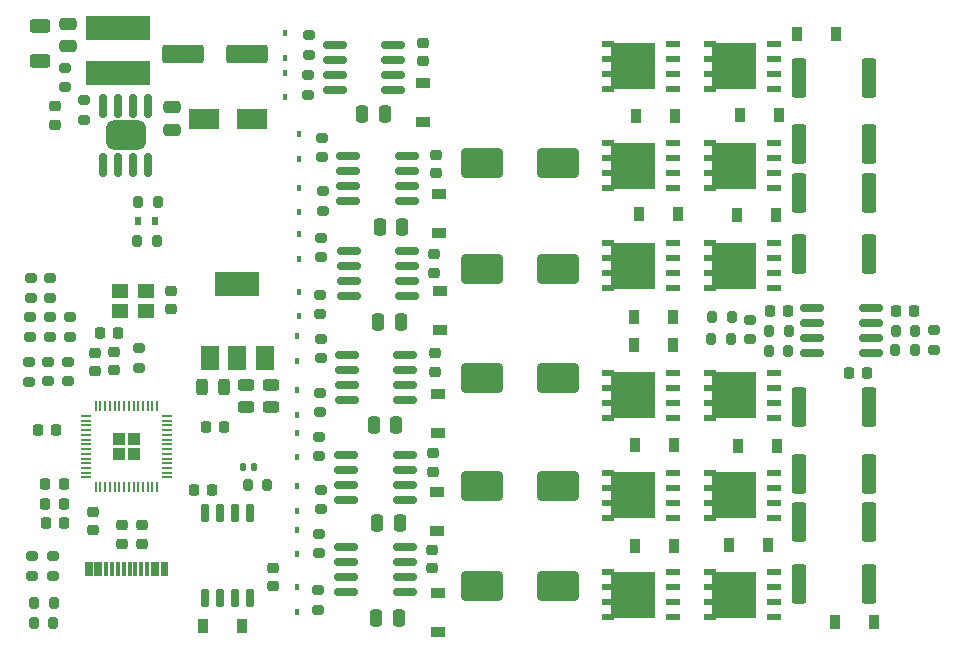
<source format=gtp>
G04 #@! TF.GenerationSoftware,KiCad,Pcbnew,6.0.0-rc2*
G04 #@! TF.CreationDate,2022-06-15T13:36:45-07:00*
G04 #@! TF.ProjectId,RP2040_motor,52503230-3430-45f6-9d6f-746f722e6b69,REV1*
G04 #@! TF.SameCoordinates,Original*
G04 #@! TF.FileFunction,Paste,Top*
G04 #@! TF.FilePolarity,Positive*
%FSLAX46Y46*%
G04 Gerber Fmt 4.6, Leading zero omitted, Abs format (unit mm)*
G04 Created by KiCad (PCBNEW 6.0.0-rc2) date 2022-06-15 13:36:45*
%MOMM*%
%LPD*%
G01*
G04 APERTURE LIST*
G04 Aperture macros list*
%AMRoundRect*
0 Rectangle with rounded corners*
0 $1 Rounding radius*
0 $2 $3 $4 $5 $6 $7 $8 $9 X,Y pos of 4 corners*
0 Add a 4 corners polygon primitive as box body*
4,1,4,$2,$3,$4,$5,$6,$7,$8,$9,$2,$3,0*
0 Add four circle primitives for the rounded corners*
1,1,$1+$1,$2,$3*
1,1,$1+$1,$4,$5*
1,1,$1+$1,$6,$7*
1,1,$1+$1,$8,$9*
0 Add four rect primitives between the rounded corners*
20,1,$1+$1,$2,$3,$4,$5,0*
20,1,$1+$1,$4,$5,$6,$7,0*
20,1,$1+$1,$6,$7,$8,$9,0*
20,1,$1+$1,$8,$9,$2,$3,0*%
G04 Aperture macros list end*
%ADD10RoundRect,0.243750X0.243750X0.456250X-0.243750X0.456250X-0.243750X-0.456250X0.243750X-0.456250X0*%
%ADD11RoundRect,0.225000X0.225000X0.250000X-0.225000X0.250000X-0.225000X-0.250000X0.225000X-0.250000X0*%
%ADD12RoundRect,0.225000X-0.250000X0.225000X-0.250000X-0.225000X0.250000X-0.225000X0.250000X0.225000X0*%
%ADD13RoundRect,0.225000X-0.225000X-0.250000X0.225000X-0.250000X0.225000X0.250000X-0.225000X0.250000X0*%
%ADD14RoundRect,0.225000X0.250000X-0.225000X0.250000X0.225000X-0.250000X0.225000X-0.250000X-0.225000X0*%
%ADD15RoundRect,0.147500X0.147500X0.172500X-0.147500X0.172500X-0.147500X-0.172500X0.147500X-0.172500X0*%
%ADD16R,1.500000X2.000000*%
%ADD17R,3.800000X2.000000*%
%ADD18RoundRect,0.150000X-0.150000X0.650000X-0.150000X-0.650000X0.150000X-0.650000X0.150000X0.650000X0*%
%ADD19RoundRect,0.200000X-0.200000X-0.275000X0.200000X-0.275000X0.200000X0.275000X-0.200000X0.275000X0*%
%ADD20RoundRect,0.200000X0.275000X-0.200000X0.275000X0.200000X-0.275000X0.200000X-0.275000X-0.200000X0*%
%ADD21RoundRect,0.243750X-0.456250X0.243750X-0.456250X-0.243750X0.456250X-0.243750X0.456250X0.243750X0*%
%ADD22RoundRect,0.250000X0.292217X0.292217X-0.292217X0.292217X-0.292217X-0.292217X0.292217X-0.292217X0*%
%ADD23RoundRect,0.050000X0.387500X0.050000X-0.387500X0.050000X-0.387500X-0.050000X0.387500X-0.050000X0*%
%ADD24RoundRect,0.050000X0.050000X0.387500X-0.050000X0.387500X-0.050000X-0.387500X0.050000X-0.387500X0*%
%ADD25RoundRect,0.250000X-0.250000X-0.475000X0.250000X-0.475000X0.250000X0.475000X-0.250000X0.475000X0*%
%ADD26RoundRect,0.150000X-0.150000X0.825000X-0.150000X-0.825000X0.150000X-0.825000X0.150000X0.825000X0*%
%ADD27RoundRect,0.625000X-1.075000X0.625000X-1.075000X-0.625000X1.075000X-0.625000X1.075000X0.625000X0*%
%ADD28R,1.200000X0.900000*%
%ADD29RoundRect,0.250000X1.500000X1.000000X-1.500000X1.000000X-1.500000X-1.000000X1.500000X-1.000000X0*%
%ADD30RoundRect,0.200000X-0.275000X0.200000X-0.275000X-0.200000X0.275000X-0.200000X0.275000X0.200000X0*%
%ADD31RoundRect,0.250000X-1.500000X-0.550000X1.500000X-0.550000X1.500000X0.550000X-1.500000X0.550000X0*%
%ADD32R,0.600000X0.700000*%
%ADD33RoundRect,0.250000X0.362500X1.425000X-0.362500X1.425000X-0.362500X-1.425000X0.362500X-1.425000X0*%
%ADD34R,1.270000X0.610000*%
%ADD35R,1.020000X0.610000*%
%ADD36R,3.810000X3.910000*%
%ADD37R,0.900000X1.200000*%
%ADD38RoundRect,0.200000X0.200000X0.275000X-0.200000X0.275000X-0.200000X-0.275000X0.200000X-0.275000X0*%
%ADD39R,2.500000X1.800000*%
%ADD40RoundRect,0.150000X0.825000X0.150000X-0.825000X0.150000X-0.825000X-0.150000X0.825000X-0.150000X0*%
%ADD41RoundRect,0.250000X-0.475000X0.250000X-0.475000X-0.250000X0.475000X-0.250000X0.475000X0.250000X0*%
%ADD42R,0.450000X0.600000*%
%ADD43R,5.500000X2.150000*%
%ADD44R,1.400000X1.200000*%
%ADD45RoundRect,0.250000X0.625000X-0.312500X0.625000X0.312500X-0.625000X0.312500X-0.625000X-0.312500X0*%
%ADD46R,0.300000X1.150000*%
G04 APERTURE END LIST*
D10*
X98542500Y-100200000D03*
X96667500Y-100200000D03*
D11*
X85030000Y-111690000D03*
X83480000Y-111690000D03*
D12*
X87480000Y-110760000D03*
X87480000Y-112310000D03*
D13*
X96990000Y-103550000D03*
X98540000Y-103550000D03*
D14*
X102660000Y-117070000D03*
X102660000Y-115520000D03*
D15*
X101110000Y-107010000D03*
X100140000Y-107010000D03*
D16*
X97380000Y-97750000D03*
D17*
X99680000Y-91450000D03*
D16*
X99680000Y-97750000D03*
X101980000Y-97750000D03*
D18*
X100720000Y-110860000D03*
X99450000Y-110860000D03*
X98180000Y-110860000D03*
X96910000Y-110860000D03*
X96910000Y-118060000D03*
X98180000Y-118060000D03*
X99450000Y-118060000D03*
X100720000Y-118060000D03*
D11*
X89570000Y-95650000D03*
X88020000Y-95650000D03*
D19*
X100550000Y-108510000D03*
X102200000Y-108510000D03*
D12*
X89930000Y-111910000D03*
X89930000Y-113460000D03*
D11*
X84320000Y-103800000D03*
X82770000Y-103800000D03*
D14*
X89249000Y-98790000D03*
X89249000Y-97240000D03*
D20*
X84080000Y-116160000D03*
X84080000Y-114510000D03*
D14*
X87630000Y-98840000D03*
X87630000Y-97290000D03*
D21*
X102490000Y-100010000D03*
X102490000Y-101885000D03*
D13*
X95990000Y-108900000D03*
X97540000Y-108900000D03*
D11*
X84970000Y-110100000D03*
X83420000Y-110100000D03*
D22*
X90917500Y-104612500D03*
X89642500Y-105887500D03*
X89642500Y-104612500D03*
X90917500Y-105887500D03*
D23*
X93717500Y-107850000D03*
X93717500Y-107450000D03*
X93717500Y-107050000D03*
X93717500Y-106650000D03*
X93717500Y-106250000D03*
X93717500Y-105850000D03*
X93717500Y-105450000D03*
X93717500Y-105050000D03*
X93717500Y-104650000D03*
X93717500Y-104250000D03*
X93717500Y-103850000D03*
X93717500Y-103450000D03*
X93717500Y-103050000D03*
X93717500Y-102650000D03*
D24*
X92880000Y-101812500D03*
X92480000Y-101812500D03*
X92080000Y-101812500D03*
X91680000Y-101812500D03*
X91280000Y-101812500D03*
X90880000Y-101812500D03*
X90480000Y-101812500D03*
X90080000Y-101812500D03*
X89680000Y-101812500D03*
X89280000Y-101812500D03*
X88880000Y-101812500D03*
X88480000Y-101812500D03*
X88080000Y-101812500D03*
X87680000Y-101812500D03*
D23*
X86842500Y-102650000D03*
X86842500Y-103050000D03*
X86842500Y-103450000D03*
X86842500Y-103850000D03*
X86842500Y-104250000D03*
X86842500Y-104650000D03*
X86842500Y-105050000D03*
X86842500Y-105450000D03*
X86842500Y-105850000D03*
X86842500Y-106250000D03*
X86842500Y-106650000D03*
X86842500Y-107050000D03*
X86842500Y-107450000D03*
X86842500Y-107850000D03*
D24*
X87680000Y-108687500D03*
X88080000Y-108687500D03*
X88480000Y-108687500D03*
X88880000Y-108687500D03*
X89280000Y-108687500D03*
X89680000Y-108687500D03*
X90080000Y-108687500D03*
X90480000Y-108687500D03*
X90880000Y-108687500D03*
X91280000Y-108687500D03*
X91680000Y-108687500D03*
X92080000Y-108687500D03*
X92480000Y-108687500D03*
X92880000Y-108687500D03*
D14*
X94040000Y-93600000D03*
X94040000Y-92050000D03*
D20*
X82280000Y-116160000D03*
X82280000Y-114510000D03*
D12*
X91630000Y-111910000D03*
X91630000Y-113460000D03*
D11*
X84970000Y-108450000D03*
X83420000Y-108450000D03*
D20*
X91380000Y-98560000D03*
X91380000Y-96910000D03*
D21*
X100440000Y-100037500D03*
X100440000Y-101912500D03*
D12*
X115410000Y-71065900D03*
X115410000Y-72615900D03*
D25*
X111230900Y-103380000D03*
X113130900Y-103380000D03*
D26*
X92145000Y-76425000D03*
X90875000Y-76425000D03*
X89605000Y-76425000D03*
X88335000Y-76425000D03*
X88335000Y-81375000D03*
X89605000Y-81375000D03*
X90875000Y-81375000D03*
X92145000Y-81375000D03*
D27*
X90240000Y-78900000D03*
D28*
X116640000Y-104050000D03*
X116640000Y-100750000D03*
D29*
X126850000Y-117050000D03*
X120350000Y-117050000D03*
D30*
X106590000Y-112600000D03*
X106590000Y-114250000D03*
D31*
X95055000Y-72020000D03*
X100455000Y-72020000D03*
D32*
X92690000Y-86150000D03*
X91290000Y-86150000D03*
D33*
X153162500Y-116840000D03*
X147237500Y-116840000D03*
D30*
X158626900Y-95410000D03*
X158626900Y-97060000D03*
D13*
X151415000Y-99000000D03*
X152965000Y-99000000D03*
D34*
X145120000Y-118435000D03*
X145120000Y-119705000D03*
X145120000Y-117165000D03*
X145120000Y-115895000D03*
D35*
X139655000Y-117165000D03*
X139655000Y-118435000D03*
D36*
X141760000Y-117800000D03*
D35*
X139655000Y-119705000D03*
X139655000Y-115895000D03*
D33*
X153162500Y-88960000D03*
X147237500Y-88960000D03*
D30*
X82140000Y-94275000D03*
X82140000Y-95925000D03*
D19*
X155400000Y-95469100D03*
X157050000Y-95469100D03*
D12*
X116460000Y-80525900D03*
X116460000Y-82075900D03*
D37*
X147050000Y-70270000D03*
X150350000Y-70270000D03*
D30*
X83780000Y-94285000D03*
X83780000Y-95935000D03*
D19*
X82495000Y-118460000D03*
X84145000Y-118460000D03*
D34*
X145120000Y-73664500D03*
X145120000Y-74934500D03*
X145120000Y-72394500D03*
X145120000Y-71124500D03*
D35*
X139655000Y-72394500D03*
X139655000Y-74934500D03*
X139655000Y-71124500D03*
X139655000Y-73664500D03*
D36*
X141760000Y-73029500D03*
D30*
X106759000Y-96090000D03*
X106759000Y-97740000D03*
X105669000Y-73810000D03*
X105669000Y-75460000D03*
D37*
X133321000Y-105075000D03*
X136621000Y-105075000D03*
D38*
X84085000Y-120170000D03*
X82435000Y-120170000D03*
D39*
X96885000Y-77500000D03*
X100885000Y-77500000D03*
D25*
X111620900Y-94700000D03*
X113520900Y-94700000D03*
D40*
X113824100Y-109755000D03*
X113824100Y-108485000D03*
X113824100Y-107215000D03*
X113824100Y-105945000D03*
X108874100Y-105945000D03*
X108874100Y-107215000D03*
X108874100Y-108485000D03*
X108874100Y-109755000D03*
D29*
X126850000Y-81220000D03*
X120350000Y-81220000D03*
D41*
X85300000Y-69445000D03*
X85300000Y-71345000D03*
D30*
X106669000Y-100690000D03*
X106669000Y-102340000D03*
D20*
X83810000Y-92625000D03*
X83810000Y-90975000D03*
D13*
X155446600Y-93745000D03*
X156996600Y-93745000D03*
D42*
X104900000Y-87245000D03*
X104900000Y-89345000D03*
D19*
X155380000Y-97031900D03*
X157030000Y-97031900D03*
D28*
X116640000Y-120950000D03*
X116640000Y-117650000D03*
D34*
X145120000Y-83375000D03*
X145120000Y-80835000D03*
X145120000Y-82105000D03*
X145120000Y-79565000D03*
D36*
X141760000Y-81470000D03*
D35*
X139655000Y-82105000D03*
X139655000Y-83375000D03*
X139655000Y-79565000D03*
X139655000Y-80835000D03*
D43*
X89595000Y-73645000D03*
X89595000Y-69795000D03*
D33*
X153162500Y-101880000D03*
X147237500Y-101880000D03*
D20*
X86720000Y-77570000D03*
X86720000Y-75920000D03*
D33*
X153162500Y-79640000D03*
X147237500Y-79640000D03*
D42*
X103700000Y-70220000D03*
X103700000Y-72320000D03*
D28*
X115390000Y-77770000D03*
X115390000Y-74470000D03*
D34*
X136520000Y-80835000D03*
X136520000Y-82105000D03*
X136520000Y-83375000D03*
X136520000Y-79565000D03*
D35*
X131055000Y-82105000D03*
X131055000Y-80835000D03*
D36*
X133160000Y-81470000D03*
D35*
X131055000Y-83375000D03*
X131055000Y-79565000D03*
D34*
X136520000Y-89285000D03*
X136520000Y-91825000D03*
X136520000Y-90555000D03*
X136520000Y-88015000D03*
D36*
X133160000Y-89920000D03*
D35*
X131055000Y-90555000D03*
X131055000Y-91825000D03*
X131055000Y-88015000D03*
X131055000Y-89285000D03*
D40*
X112874100Y-75025000D03*
X112874100Y-73755000D03*
X112874100Y-72485000D03*
X112874100Y-71215000D03*
X107924100Y-71215000D03*
X107924100Y-72485000D03*
X107924100Y-73755000D03*
X107924100Y-75025000D03*
D30*
X105759000Y-70410000D03*
X105759000Y-72060000D03*
X106809000Y-79115000D03*
X106809000Y-80765000D03*
D34*
X145120000Y-89285000D03*
X145120000Y-90555000D03*
X145120000Y-91825000D03*
X145120000Y-88015000D03*
D35*
X139655000Y-89285000D03*
X139655000Y-91825000D03*
X139655000Y-90555000D03*
X139655000Y-88015000D03*
D36*
X141760000Y-89920000D03*
D25*
X110230900Y-77100000D03*
X112130900Y-77100000D03*
D40*
X114034100Y-92495000D03*
X114034100Y-91225000D03*
X114034100Y-89955000D03*
X114034100Y-88685000D03*
X109084100Y-88685000D03*
X109084100Y-89955000D03*
X109084100Y-91225000D03*
X109084100Y-92495000D03*
D33*
X153162500Y-107520000D03*
X147237500Y-107520000D03*
D40*
X113834100Y-117525000D03*
X113834100Y-116255000D03*
X113834100Y-114985000D03*
X113834100Y-113715000D03*
X108884100Y-113715000D03*
X108884100Y-114985000D03*
X108884100Y-116255000D03*
X108884100Y-117525000D03*
D38*
X92853000Y-87825100D03*
X91203000Y-87825100D03*
D40*
X114024100Y-84475000D03*
X114024100Y-83205000D03*
X114024100Y-81935000D03*
X114024100Y-80665000D03*
X109074100Y-80665000D03*
X109074100Y-81935000D03*
X109074100Y-83205000D03*
X109074100Y-84475000D03*
D30*
X106711000Y-108905000D03*
X106711000Y-110555000D03*
D42*
X104900000Y-83320000D03*
X104900000Y-85420000D03*
D19*
X91273900Y-84510000D03*
X92923900Y-84510000D03*
D33*
X153162500Y-111620000D03*
X147237500Y-111620000D03*
D34*
X145120000Y-109985000D03*
X145120000Y-108715000D03*
X145120000Y-111255000D03*
X145120000Y-107445000D03*
D35*
X139655000Y-108715000D03*
X139655000Y-107445000D03*
X139655000Y-111255000D03*
D36*
X141760000Y-109350000D03*
D35*
X139655000Y-109985000D03*
D29*
X126850000Y-108600000D03*
X120350000Y-108600000D03*
D37*
X141261000Y-113575000D03*
X144561000Y-113575000D03*
X142050000Y-105150000D03*
X145350000Y-105150000D03*
D30*
X106609000Y-104395000D03*
X106609000Y-106045000D03*
D25*
X111530900Y-111680000D03*
X113430900Y-111680000D03*
D30*
X106790000Y-87570000D03*
X106790000Y-89220000D03*
D37*
X100040000Y-120400000D03*
X96740000Y-120400000D03*
D34*
X136520000Y-74925000D03*
X136520000Y-72385000D03*
X136520000Y-73655000D03*
X136520000Y-71115000D03*
D35*
X131055000Y-73655000D03*
D36*
X133160000Y-73020000D03*
D35*
X131055000Y-74925000D03*
X131055000Y-72385000D03*
X131055000Y-71115000D03*
D42*
X104900000Y-92120000D03*
X104900000Y-94220000D03*
D40*
X153315000Y-97305000D03*
X153315000Y-96035000D03*
X153315000Y-94765000D03*
X153315000Y-93495000D03*
X148365000Y-93495000D03*
X148365000Y-94765000D03*
X148365000Y-96035000D03*
X148365000Y-97305000D03*
D42*
X104900000Y-78770000D03*
X104900000Y-80870000D03*
X104700000Y-95900000D03*
X104700000Y-98000000D03*
D37*
X133671000Y-85545000D03*
X136971000Y-85545000D03*
D19*
X139896900Y-94238000D03*
X141546900Y-94238000D03*
D40*
X113874100Y-101305000D03*
X113874100Y-100035000D03*
X113874100Y-98765000D03*
X113874100Y-97495000D03*
X108924100Y-97495000D03*
X108924100Y-98765000D03*
X108924100Y-100035000D03*
X108924100Y-101305000D03*
D34*
X136520000Y-109985000D03*
X136520000Y-111255000D03*
X136520000Y-108715000D03*
X136520000Y-107445000D03*
D35*
X131055000Y-109985000D03*
X131055000Y-107445000D03*
D36*
X133160000Y-109350000D03*
D35*
X131055000Y-108715000D03*
X131055000Y-111255000D03*
D44*
X89740000Y-93750000D03*
X91940000Y-93750000D03*
X91940000Y-92050000D03*
X89740000Y-92050000D03*
D38*
X146360000Y-95430900D03*
X144710000Y-95430900D03*
D30*
X106490000Y-117400000D03*
X106490000Y-119050000D03*
D29*
X126850000Y-99400000D03*
X120350000Y-99400000D03*
D42*
X103700000Y-73570000D03*
X103700000Y-75670000D03*
D30*
X81990000Y-98085000D03*
X81990000Y-99735000D03*
X106690000Y-92370000D03*
X106690000Y-94020000D03*
D11*
X146283400Y-93725000D03*
X144733400Y-93725000D03*
D28*
X116740000Y-87120000D03*
X116740000Y-83820000D03*
D34*
X136520000Y-117165000D03*
X136520000Y-119705000D03*
X136520000Y-118435000D03*
X136520000Y-115895000D03*
D35*
X131055000Y-115895000D03*
X131055000Y-118435000D03*
X131055000Y-119705000D03*
X131055000Y-117165000D03*
D36*
X133160000Y-117800000D03*
D37*
X133250000Y-94255000D03*
X136550000Y-94255000D03*
X133321000Y-113635000D03*
X136621000Y-113635000D03*
D12*
X116160000Y-114005900D03*
X116160000Y-115555900D03*
X116360000Y-88975900D03*
X116360000Y-90525900D03*
D19*
X139796900Y-96158000D03*
X141446900Y-96158000D03*
D37*
X133450000Y-77270000D03*
X136750000Y-77270000D03*
X142261000Y-77195000D03*
X145561000Y-77195000D03*
X133250000Y-96650000D03*
X136550000Y-96650000D03*
D42*
X104700000Y-112275000D03*
X104700000Y-114375000D03*
D37*
X150261000Y-120135000D03*
X153561000Y-120135000D03*
D34*
X145120000Y-102814500D03*
X145120000Y-100274500D03*
X145120000Y-101544500D03*
X145120000Y-99004500D03*
D35*
X139655000Y-102814500D03*
X139655000Y-100274500D03*
D36*
X141760000Y-100909500D03*
D35*
X139655000Y-99004500D03*
X139655000Y-101544500D03*
D34*
X136520000Y-101535000D03*
X136520000Y-102805000D03*
X136520000Y-100265000D03*
X136520000Y-98995000D03*
D35*
X131055000Y-102805000D03*
D36*
X133160000Y-100900000D03*
D35*
X131055000Y-98995000D03*
X131055000Y-101535000D03*
X131055000Y-100265000D03*
D30*
X85490000Y-94295000D03*
X85490000Y-95945000D03*
X143096900Y-94510000D03*
X143096900Y-96160000D03*
D38*
X146330000Y-97168100D03*
X144680000Y-97168100D03*
D33*
X153162500Y-83740000D03*
X147237500Y-83740000D03*
X153162500Y-74000000D03*
X147237500Y-74000000D03*
D42*
X104700000Y-104050000D03*
X104700000Y-106150000D03*
X104700000Y-100450000D03*
X104700000Y-102550000D03*
D30*
X106911000Y-83625000D03*
X106911000Y-85275000D03*
D25*
X111420900Y-119730000D03*
X113320900Y-119730000D03*
D28*
X116540000Y-112400000D03*
X116540000Y-109100000D03*
D30*
X85290000Y-98075000D03*
X85290000Y-99725000D03*
D12*
X116260000Y-105805900D03*
X116260000Y-107355900D03*
D30*
X83680000Y-98075000D03*
X83680000Y-99725000D03*
D29*
X126850000Y-90170000D03*
X120350000Y-90170000D03*
D42*
X104700000Y-117150000D03*
X104700000Y-119250000D03*
D45*
X82970000Y-72567500D03*
X82970000Y-69642500D03*
D42*
X104700000Y-108600000D03*
X104700000Y-110700000D03*
D25*
X111730900Y-86650000D03*
X113630900Y-86650000D03*
D28*
X116840000Y-95370000D03*
X116840000Y-92070000D03*
D41*
X94110000Y-76495000D03*
X94110000Y-78395000D03*
D37*
X141961000Y-85605000D03*
X145261000Y-85605000D03*
D20*
X85070000Y-74810000D03*
X85070000Y-73160000D03*
D12*
X116410000Y-97345900D03*
X116410000Y-98895900D03*
D30*
X82180000Y-90975000D03*
X82180000Y-92625000D03*
D14*
X84190000Y-77975000D03*
X84190000Y-76425000D03*
D46*
X86940000Y-115580000D03*
X87740000Y-115580000D03*
X89040000Y-115580000D03*
X90040000Y-115580000D03*
X90540000Y-115580000D03*
X91540000Y-115580000D03*
X92840000Y-115580000D03*
X93640000Y-115580000D03*
X93340000Y-115580000D03*
X92540000Y-115580000D03*
X92040000Y-115580000D03*
X91040000Y-115580000D03*
X89540000Y-115580000D03*
X88540000Y-115580000D03*
X88040000Y-115580000D03*
X87240000Y-115580000D03*
M02*

</source>
